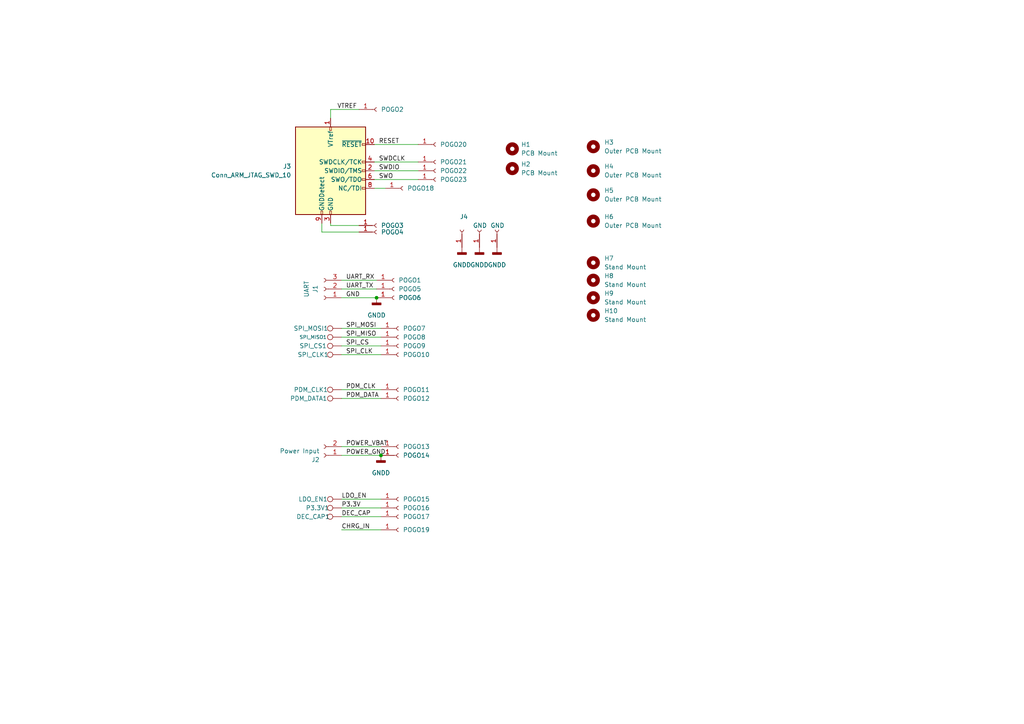
<source format=kicad_sch>
(kicad_sch (version 20211123) (generator eeschema)
  (paper "A4")
  (lib_symbols
    (symbol "Connector:Conn_01x01_Female" (pin_names (offset 1.016) hide)
      (property "Reference" "J" (at 0 2.54 0))
      (property "Value" "Conn_01x01_Female" (at 0 -2.54 0))
      (symbol "Conn_01x01_Female_1_1"
        (polyline (pts (xy -1.27 0) (xy -0.508 0)) (stroke (width 0.1524)))
        (arc (start 0 0.508) (mid -0.508 0) (end 0 -0.508) (stroke (width 0.1524)))
        (pin passive line (at -5.08 0 0) (length 3.81) (name "Pin_1") (number "1"))
      )
    )
    (symbol "Connector:Conn_01x02_Female" (pin_names (offset 1.016) hide)
      (property "Reference" "J" (at 0 2.54 0))
      (property "Value" "Conn_01x02_Female" (at 0 -5.08 0))
      (symbol "Conn_01x02_Female_1_1"
        (arc (start 0 -2.032) (mid -0.508 -2.54) (end 0 -3.048) (stroke (width 0.1524)))
        (polyline (pts (xy -1.27 -2.54) (xy -0.508 -2.54)) (stroke (width 0.1524)))
        (polyline (pts (xy -1.27 0) (xy -0.508 0)) (stroke (width 0.1524)))
        (arc (start 0 0.508) (mid -0.508 0) (end 0 -0.508) (stroke (width 0.1524)))
        (pin passive line (at -5.08 0 0) (length 3.81) (name "Pin_1") (number "1"))
        (pin passive line (at -5.08 -2.54 0) (length 3.81) (name "Pin_2") (number "2"))
      )
    )
    (symbol "Connector:Conn_01x03_Female" (pin_names (offset 1.016) hide)
      (property "Reference" "J" (at 0 5.08 0))
      (property "Value" "Conn_01x03_Female" (at 0 -5.08 0))
      (symbol "Conn_01x03_Female_1_1"
        (arc (start 0 -2.032) (mid -0.508 -2.54) (end 0 -3.048) (stroke (width 0.1524)))
        (polyline (pts (xy -1.27 -2.54) (xy -0.508 -2.54)) (stroke (width 0.1524)))
        (polyline (pts (xy -1.27 0) (xy -0.508 0)) (stroke (width 0.1524)))
        (polyline (pts (xy -1.27 2.54) (xy -0.508 2.54)) (stroke (width 0.1524)))
        (arc (start 0 0.508) (mid -0.508 0) (end 0 -0.508) (stroke (width 0.1524)))
        (arc (start 0 3.048) (mid -0.508 2.54) (end 0 2.032) (stroke (width 0.1524)))
        (pin passive line (at -5.08 2.54 0) (length 3.81) (name "Pin_1") (number "1"))
        (pin passive line (at -5.08 0 0) (length 3.81) (name "Pin_2") (number "2"))
        (pin passive line (at -5.08 -2.54 0) (length 3.81) (name "Pin_3") (number "3"))
      )
    )
    (symbol "Connector:Conn_ARM_JTAG_SWD_10" (pin_names (offset 1.016))
      (property "Reference" "J" (at -2.54 16.51 0))
      (property "Value" "Conn_ARM_JTAG_SWD_10" (at -2.54 13.97 0))
      (symbol "Conn_ARM_JTAG_SWD_10_0_1"
        (rectangle (start -10.16 12.7) (end 10.16 -12.7) (stroke (width 0.254)) (fill (type background)))
        (rectangle (start -2.794 -12.7) (end -2.286 -11.684))
        (rectangle (start -0.254 -12.7) (end 0.254 -11.684))
        (rectangle (start -0.254 12.7) (end 0.254 11.684))
        (rectangle (start 9.144 2.286) (end 10.16 2.794))
        (rectangle (start 10.16 -2.794) (end 9.144 -2.286))
        (rectangle (start 10.16 -0.254) (end 9.144 0.254))
        (rectangle (start 10.16 7.874) (end 9.144 7.366))
      )
      (symbol "Conn_ARM_JTAG_SWD_10_1_1"
        (rectangle (start 9.144 -5.334) (end 10.16 -4.826))
        (pin power_in line (at 0 15.24 270) (length 2.54) (name "VTref") (number "1"))
        (pin open_collector line (at 12.7 7.62 180) (length 2.54) (name "~{RESET}") (number "10"))
        (pin bidirectional line (at 12.7 0 180) (length 2.54) (name "SWDIO/TMS") (number "2"))
        (pin power_in line (at 0 -15.24 90) (length 2.54) (name "GND") (number "3"))
        (pin output line (at 12.7 2.54 180) (length 2.54) (name "SWDCLK/TCK") (number "4"))
        (pin passive line (at 0 -15.24 90) (length 2.54) hide (name "GND") (number "5"))
        (pin input line (at 12.7 -2.54 180) (length 2.54) (name "SWO/TDO") (number "6"))
        (pin no_connect line (at -10.16 0 0) (length 2.54) hide (name "KEY") (number "7"))
        (pin output line (at 12.7 -5.08 180) (length 2.54) (name "NC/TDI") (number "8"))
        (pin passive line (at -2.54 -15.24 90) (length 2.54) (name "GNDDetect") (number "9"))
      )
    )
    (symbol "Connector:TestPoint" (pin_numbers hide) (pin_names (offset 0.762) hide)
      (property "Reference" "TP" (at 0 6.858 0))
      (property "Value" "TestPoint" (at 0 5.08 0))
      (symbol "TestPoint_0_1"
        (circle (center 0 3.302) (radius 0.762))
      )
      (symbol "TestPoint_1_1"
        (pin passive line (at 0 0 90) (length 2.54) (name "1") (number "1"))
      )
    )
    (symbol "Mechanical:MountingHole" (pin_names (offset 1.016))
      (property "Reference" "H" (at 0 5.08 0))
      (property "Value" "MountingHole" (at 0 3.175 0))
      (symbol "MountingHole_0_1"
        (circle (center 0 0) (radius 1.27) (stroke (width 1.27)))
      )
    )
    (symbol "power:GNDD" (power) (pin_names (offset 0))
      (property "Value" "GNDD" (at 0 -3.175 0))
      (symbol "GNDD_0_1"
        (rectangle (start -1.27 -1.524) (end 1.27 -2.032) (stroke (width 0.254)) (fill (type outline)))
        (polyline (pts (xy 0 0) (xy 0 -1.524)))
      )
      (symbol "GNDD_1_1"
        (pin power_in line (at 0 0 270) (length 0) hide (name "GNDD") (number "1"))
      )
    )
  )
  (junction (at 109.22 86.36))
  (junction (at 110.49 132.08))
  (wire (pts (xy 99.06 153.67) (xy 110.49 153.67)))
  (wire (pts (xy 99.06 113.03) (xy 110.49 113.03)))
  (wire (pts (xy 93.345 67.31) (xy 104.14 67.31)))
  (wire (pts (xy 93.345 64.77) (xy 93.345 67.31)))
  (wire (pts (xy 108.585 54.61) (xy 111.76 54.61)))
  (wire (pts (xy 99.06 81.28) (xy 109.22 81.28)))
  (wire (pts (xy 95.885 31.75) (xy 104.14 31.75)))
  (wire (pts (xy 99.06 95.25) (xy 110.49 95.25)))
  (wire (pts (xy 108.585 41.91) (xy 121.285 41.91)))
  (wire (pts (xy 99.06 100.33) (xy 110.49 100.33)))
  (wire (pts (xy 95.885 34.29) (xy 95.885 31.75)))
  (wire (pts (xy 99.06 97.79) (xy 110.49 97.79)))
  (wire (pts (xy 99.06 115.57) (xy 110.49 115.57)))
  (wire (pts (xy 99.06 132.08) (xy 110.49 132.08)))
  (wire (pts (xy 108.585 52.07) (xy 121.285 52.07)))
  (wire (pts (xy 99.06 144.78) (xy 110.49 144.78)))
  (wire (pts (xy 99.06 83.82) (xy 109.22 83.82)))
  (wire (pts (xy 95.885 64.77) (xy 95.885 65.405)))
  (wire (pts (xy 108.585 49.53) (xy 121.285 49.53)))
  (wire (pts (xy 99.06 129.54) (xy 110.49 129.54)))
  (wire (pts (xy 95.885 65.405) (xy 104.14 65.405)))
  (wire (pts (xy 99.06 102.87) (xy 110.49 102.87)))
  (wire (pts (xy 99.06 147.32) (xy 110.49 147.32)))
  (wire (pts (xy 99.06 149.86) (xy 110.49 149.86)))
  (wire (pts (xy 108.585 46.99) (xy 121.285 46.99)))
  (wire (pts (xy 99.06 86.36) (xy 109.22 86.36)))
  (label "SPI_MISO" (at 100.33 97.79 0))
  (label "RESET" (at 109.855 41.91 0))
  (label "PDM_CLK" (at 100.33 113.03 0))
  (label "GND" (at 100.33 86.36 0))
  (label "POWER_VBAT" (at 100.33 129.54 0))
  (label "SPI_CLK" (at 100.33 102.87 0))
  (label "CHRG_IN" (at 99.06 153.67 0))
  (label "SPI_CS" (at 100.33 100.33 0))
  (label "P3.3V" (at 99.06 147.32 0))
  (label "LDO_EN" (at 99.06 144.78 0))
  (label "UART_RX" (at 100.33 81.28 0))
  (label "DEC_CAP" (at 99.06 149.86 0))
  (label "SPI_MOSI" (at 100.33 95.25 0))
  (label "SWDCLK" (at 109.855 46.99 0))
  (label "SWDIO" (at 109.855 49.53 0))
  (label "UART_TX" (at 100.33 83.82 0))
  (label "SWO" (at 109.855 52.07 0))
  (label "VTREF" (at 97.79 31.75 0))
  (label "POWER_GND" (at 100.33 132.08 0))
  (label "PDM_DATA" (at 100.33 115.57 0))
  (symbol (lib_id "Connector:Conn_01x03_Female") (at 93.98 83.82 180) (unit 1)
    (property "Reference" "J1" (at 91.44 83.82 90))
    (property "Value" "UART" (at 88.9 83.82 90))
    (property "Footprint" "Connector_PinHeader_2.54mm:PinHeader_1x03_P2.54mm_Vertical" (effects hide))
  )
  (symbol (lib_id "Connector:Conn_01x01_Female") (at 115.57 147.32 0) (unit 1)
    (property "Reference" "POGO16" (at 116.84 147.3199 0) (effects (justify left)))
    (property "Value" "pogo" (effects hide))
    (property "Footprint" "dictofun:POGO_PIN" (effects hide))
    (property "Datasheet" "https://www.digikey.de/de/products/detail/mill-max-manufacturing-corp/0985-1-15-20-71-14-11-0/5823029" (effects hide))
  )
  (symbol (lib_id "Connector:Conn_01x02_Female") (at 93.98 132.08 180) (unit 1)
    (property "Reference" "J2" (at 92.71 133.35 0) (effects (justify left)))
    (property "Value" "Power Input" (at 92.71 130.81 0) (effects (justify left)))
    (property "Footprint" "Connector_PinHeader_2.54mm:PinHeader_1x02_P2.54mm_Vertical" (effects hide))
  )
  (symbol (lib_id "power:GNDD") (at 139.065 71.755 0) (unit 1)
    (property "Reference" "#PWR0104" (effects hide))
    (property "Value" "GNDD" (at 139.065 76.835 0))
  )
  (symbol (lib_id "Connector:Conn_01x01_Female") (at 115.57 97.79 0) (unit 1)
    (property "Reference" "POGO8" (at 116.84 97.7899 0) (effects (justify left)))
    (property "Value" "pogo" (effects hide))
    (property "Footprint" "dictofun:POGO_PIN" (effects hide))
    (property "Datasheet" "https://www.digikey.de/de/products/detail/mill-max-manufacturing-corp/0985-1-15-20-71-14-11-0/5823029" (effects hide))
  )
  (symbol (lib_id "Connector:Conn_01x01_Female") (at 133.985 66.675 90) (unit 1)
    (property "Reference" "J4" (at 133.35 62.865 90) (effects (justify right)))
    (property "Value" "GND" (effects hide))
    (property "Footprint" "Connector_PinSocket_2.54mm:PinSocket_1x01_P2.54mm_Vertical" (effects hide))
  )
  (symbol (lib_id "Connector:TestPoint") (at 99.06 97.79 90) (unit 1)
    (property "Reference" "SPI_MISO1" (at 90.805 97.79 90) (effects (font (size 1 1))))
    (property "Value" " " (effects hide))
    (property "Footprint" "TestPoint:TestPoint_Pad_D1.5mm" (effects hide))
  )
  (symbol (lib_id "Mechanical:MountingHole") (at 172.085 76.2 0) (unit 1)
    (property "Reference" "H7" (at 175.26 74.9299 0) (effects (justify left)))
    (property "Value" "Stand Mount" (at 175.26 77.4699 0) (effects (justify left)))
    (property "Footprint" "MountingHole:MountingHole_2.1mm" (effects hide))
  )
  (symbol (lib_id "Connector:TestPoint") (at 99.06 113.03 90) (unit 1)
    (property "Reference" "PDM_CLK1" (at 90.17 113.03 90))
    (property "Value" " " (effects hide))
    (property "Footprint" "TestPoint:TestPoint_Pad_D1.5mm" (effects hide))
  )
  (symbol (lib_id "power:GNDD") (at 144.145 71.755 0) (unit 1)
    (property "Reference" "#PWR0105" (effects hide))
    (property "Value" "GNDD" (at 144.145 76.835 0))
  )
  (symbol (lib_id "Mechanical:MountingHole") (at 172.085 42.545 0) (unit 1)
    (property "Reference" "H3" (at 175.26 41.2749 0) (effects (justify left)))
    (property "Value" "Outer PCB Mount" (at 175.26 43.8149 0) (effects (justify left)))
    (property "Footprint" "MountingHole:MountingHole_2.1mm" (effects hide))
  )
  (symbol (lib_id "Connector:Conn_ARM_JTAG_SWD_10") (at 95.885 49.53 0) (unit 1)
    (property "Reference" "J3" (at 84.455 48.2599 0) (effects (justify right)))
    (property "Value" "Conn_ARM_JTAG_SWD_10" (at 84.455 50.7999 0) (effects (justify right)))
    (property "Footprint" "Connector_PinHeader_1.27mm:PinHeader_2x05_P1.27mm_Vertical_SMD" (effects hide))
    (property "Datasheet" "http://infocenter.arm.com/help/topic/com.arm.doc.ddi0314h/DDI0314H_coresight_components_trm.pdf" (effects hide))
  )
  (symbol (lib_id "Mechanical:MountingHole") (at 172.085 91.44 0) (unit 1)
    (property "Reference" "H10" (at 175.26 90.1699 0) (effects (justify left)))
    (property "Value" "Stand Mount" (at 175.26 92.7099 0) (effects (justify left)))
    (property "Footprint" "MountingHole:MountingHole_2.1mm" (effects hide))
  )
  (symbol (lib_id "Connector:Conn_01x01_Female") (at 126.365 52.07 0) (unit 1)
    (property "Reference" "POGO23" (at 127.635 52.0699 0) (effects (justify left)))
    (property "Value" "pogo" (effects hide))
    (property "Footprint" "dictofun:POGO_PIN" (effects hide))
    (property "Datasheet" "https://www.digikey.de/de/products/detail/mill-max-manufacturing-corp/0985-1-15-20-71-14-11-0/5823029" (effects hide))
  )
  (symbol (lib_id "Connector:Conn_01x01_Female") (at 115.57 102.87 0) (unit 1)
    (property "Reference" "POGO10" (at 116.84 102.8699 0) (effects (justify left)))
    (property "Value" "pogo" (effects hide))
    (property "Footprint" "dictofun:POGO_PIN" (effects hide))
    (property "Datasheet" "https://www.digikey.de/de/products/detail/mill-max-manufacturing-corp/0985-1-15-20-71-14-11-0/5823029" (effects hide))
  )
  (symbol (lib_id "power:GNDD") (at 133.985 71.755 0) (unit 1)
    (property "Reference" "#PWR0103" (effects hide))
    (property "Value" "GNDD" (at 133.985 76.835 0))
  )
  (symbol (lib_id "Connector:Conn_01x01_Female") (at 115.57 95.25 0) (unit 1)
    (property "Reference" "POGO7" (at 116.84 95.2499 0) (effects (justify left)))
    (property "Value" "pogo" (effects hide))
    (property "Footprint" "dictofun:POGO_PIN" (effects hide))
    (property "Datasheet" "https://www.digikey.de/de/products/detail/mill-max-manufacturing-corp/0985-1-15-20-71-14-11-0/5823029" (effects hide))
  )
  (symbol (lib_id "Connector:Conn_01x01_Female") (at 144.145 66.675 90) (unit 1)
    (property "Reference" "J6" (effects hide))
    (property "Value" "GND" (at 142.24 65.405 90) (effects (justify right)))
    (property "Footprint" "Connector_PinSocket_2.54mm:PinSocket_1x01_P2.54mm_Vertical" (effects hide))
  )
  (symbol (lib_id "Connector:TestPoint") (at 99.06 149.86 90) (unit 1)
    (property "Reference" "DEC_CAP1" (at 90.805 149.86 90))
    (property "Value" " " (effects hide))
    (property "Footprint" "TestPoint:TestPoint_Pad_D1.5mm" (effects hide))
  )
  (symbol (lib_id "Connector:Conn_01x01_Female") (at 109.22 67.31 0) (unit 1)
    (property "Reference" "POGO4" (at 110.49 67.3099 0) (effects (justify left)))
    (property "Value" "pogo" (effects hide))
    (property "Footprint" "dictofun:POGO_PIN" (effects hide))
    (property "Datasheet" "https://www.digikey.de/de/products/detail/mill-max-manufacturing-corp/0985-1-15-20-71-14-11-0/5823029" (effects hide))
  )
  (symbol (lib_id "Connector:TestPoint") (at 99.06 144.78 90) (unit 1)
    (property "Reference" "LDO_EN1" (at 90.805 144.78 90))
    (property "Value" " " (effects hide))
    (property "Footprint" "TestPoint:TestPoint_Pad_D1.5mm" (effects hide))
  )
  (symbol (lib_id "Connector:Conn_01x01_Female") (at 109.22 65.405 0) (unit 1)
    (property "Reference" "POGO3" (at 110.49 65.4049 0) (effects (justify left)))
    (property "Value" "pogo" (effects hide))
    (property "Footprint" "dictofun:POGO_PIN" (effects hide))
    (property "Datasheet" "https://www.digikey.de/de/products/detail/mill-max-manufacturing-corp/0985-1-15-20-71-14-11-0/5823029" (effects hide))
  )
  (symbol (lib_id "Connector:TestPoint") (at 99.06 115.57 90) (unit 1)
    (property "Reference" "PDM_DATA1" (at 89.535 115.57 90))
    (property "Value" " " (effects hide))
    (property "Footprint" "TestPoint:TestPoint_Pad_D1.5mm" (effects hide))
  )
  (symbol (lib_id "Connector:Conn_01x01_Female") (at 115.57 100.33 0) (unit 1)
    (property "Reference" "POGO9" (at 116.84 100.3299 0) (effects (justify left)))
    (property "Value" "pogo" (effects hide))
    (property "Footprint" "dictofun:POGO_PIN" (effects hide))
    (property "Datasheet" "https://www.digikey.de/de/products/detail/mill-max-manufacturing-corp/0985-1-15-20-71-14-11-0/5823029" (effects hide))
  )
  (symbol (lib_id "Connector:TestPoint") (at 99.06 147.32 90) (unit 1)
    (property "Reference" "P3.3V1" (at 92.075 147.32 90))
    (property "Value" " " (effects hide))
    (property "Footprint" "TestPoint:TestPoint_Pad_D1.5mm" (effects hide))
  )
  (symbol (lib_id "power:GNDD") (at 110.49 132.08 0) (unit 1)
    (property "Reference" "#PWR0102" (effects hide))
    (property "Value" "GNDD" (at 110.49 137.16 0))
  )
  (symbol (lib_id "Connector:Conn_01x01_Female") (at 126.365 46.99 0) (unit 1)
    (property "Reference" "POGO21" (at 127.635 46.9899 0) (effects (justify left)))
    (property "Value" "pogo" (effects hide))
    (property "Footprint" "dictofun:POGO_PIN" (effects hide))
    (property "Datasheet" "https://www.digikey.de/de/products/detail/mill-max-manufacturing-corp/0985-1-15-20-71-14-11-0/5823029" (effects hide))
  )
  (symbol (lib_id "Connector:Conn_01x01_Female") (at 116.84 54.61 0) (unit 1)
    (property "Reference" "POGO18" (at 118.11 54.6099 0) (effects (justify left)))
    (property "Value" "pogo" (effects hide))
    (property "Footprint" "dictofun:POGO_PIN" (effects hide))
    (property "Datasheet" "https://www.digikey.de/de/products/detail/mill-max-manufacturing-corp/0985-1-15-20-71-14-11-0/5823029" (effects hide))
  )
  (symbol (lib_id "Connector:Conn_01x01_Female") (at 114.3 86.36 0) (unit 1)
    (property "Reference" "POGO6" (at 115.57 86.3599 0) (effects (justify left)))
    (property "Value" "pogo" (effects hide))
    (property "Footprint" "dictofun:POGO_PIN" (effects hide))
    (property "Datasheet" "https://www.digikey.de/de/products/detail/mill-max-manufacturing-corp/0985-1-15-20-71-14-11-0/5823029" (effects hide))
  )
  (symbol (lib_id "Connector:Conn_01x01_Female") (at 115.57 144.78 0) (unit 1)
    (property "Reference" "POGO15" (at 116.84 144.7799 0) (effects (justify left)))
    (property "Value" "pogo" (effects hide))
    (property "Footprint" "dictofun:POGO_PIN" (effects hide))
    (property "Datasheet" "https://www.digikey.de/de/products/detail/mill-max-manufacturing-corp/0985-1-15-20-71-14-11-0/5823029" (effects hide))
  )
  (symbol (lib_id "Connector:Conn_01x01_Female") (at 115.57 113.03 0) (unit 1)
    (property "Reference" "POGO11" (at 116.84 113.0299 0) (effects (justify left)))
    (property "Value" "pogo" (effects hide))
    (property "Footprint" "dictofun:POGO_PIN" (effects hide))
    (property "Datasheet" "https://www.digikey.de/de/products/detail/mill-max-manufacturing-corp/0985-1-15-20-71-14-11-0/5823029" (effects hide))
  )
  (symbol (lib_id "Connector:TestPoint") (at 99.06 95.25 90) (unit 1)
    (property "Reference" "SPI_MOSI1" (at 90.17 95.25 90))
    (property "Value" " " (effects hide))
    (property "Footprint" "TestPoint:TestPoint_Pad_D1.5mm" (effects hide))
  )
  (symbol (lib_id "Connector:TestPoint") (at 99.06 100.33 90) (unit 1)
    (property "Reference" "SPI_CS1" (at 90.805 100.33 90))
    (property "Value" " " (effects hide))
    (property "Footprint" "TestPoint:TestPoint_Pad_D1.5mm" (effects hide))
  )
  (symbol (lib_id "Connector:Conn_01x01_Female") (at 126.365 41.91 0) (unit 1)
    (property "Reference" "POGO20" (at 127.635 41.9099 0) (effects (justify left)))
    (property "Value" "pogo" (effects hide))
    (property "Footprint" "dictofun:POGO_PIN" (effects hide))
    (property "Datasheet" "https://www.digikey.de/de/products/detail/mill-max-manufacturing-corp/0985-1-15-20-71-14-11-0/5823029" (effects hide))
  )
  (symbol (lib_id "Connector:Conn_01x01_Female") (at 115.57 132.08 0) (unit 1)
    (property "Reference" "POGO14" (at 116.84 132.0799 0) (effects (justify left)))
    (property "Value" "pogo" (effects hide))
    (property "Footprint" "dictofun:POGO_PIN" (effects hide))
    (property "Datasheet" "https://www.digikey.de/de/products/detail/mill-max-manufacturing-corp/0985-1-15-20-71-14-11-0/5823029" (effects hide))
  )
  (symbol (lib_id "Mechanical:MountingHole") (at 172.085 64.135 0) (unit 1)
    (property "Reference" "H6" (at 175.26 62.8649 0) (effects (justify left)))
    (property "Value" "Outer PCB Mount" (at 175.26 65.4049 0) (effects (justify left)))
    (property "Footprint" "MountingHole:MountingHole_2.1mm" (effects hide))
  )
  (symbol (lib_id "Mechanical:MountingHole") (at 172.085 49.53 0) (unit 1)
    (property "Reference" "H4" (at 175.26 48.2599 0) (effects (justify left)))
    (property "Value" "Outer PCB Mount" (at 175.26 50.7999 0) (effects (justify left)))
    (property "Footprint" "MountingHole:MountingHole_2.1mm" (effects hide))
  )
  (symbol (lib_id "Connector:Conn_01x01_Female") (at 114.3 83.82 0) (unit 1)
    (property "Reference" "POGO5" (at 115.57 83.8199 0) (effects (justify left)))
    (property "Value" "pogo" (effects hide))
    (property "Footprint" "dictofun:POGO_PIN" (effects hide))
    (property "Datasheet" "https://www.digikey.de/de/products/detail/mill-max-manufacturing-corp/0985-1-15-20-71-14-11-0/5823029" (effects hide))
  )
  (symbol (lib_id "Mechanical:MountingHole") (at 172.085 86.36 0) (unit 1)
    (property "Reference" "H9" (at 175.26 85.0899 0) (effects (justify left)))
    (property "Value" "Stand Mount" (at 175.26 87.6299 0) (effects (justify left)))
    (property "Footprint" "MountingHole:MountingHole_2.1mm" (effects hide))
  )
  (symbol (lib_id "Mechanical:MountingHole") (at 148.59 43.18 0) (unit 1)
    (property "Reference" "H1" (at 151.13 41.9099 0) (effects (justify left)))
    (property "Value" "PCB Mount" (at 151.13 44.4499 0) (effects (justify left)))
    (property "Footprint" "MountingHole:MountingHole_2.1mm" (effects hide))
  )
  (symbol (lib_id "Connector:Conn_01x01_Female") (at 115.57 115.57 0) (unit 1)
    (property "Reference" "POGO12" (at 116.84 115.5699 0) (effects (justify left)))
    (property "Value" "pogo" (effects hide))
    (property "Footprint" "dictofun:POGO_PIN" (effects hide))
    (property "Datasheet" "https://www.digikey.de/de/products/detail/mill-max-manufacturing-corp/0985-1-15-20-71-14-11-0/5823029" (effects hide))
  )
  (symbol (lib_id "Mechanical:MountingHole") (at 172.085 81.28 0) (unit 1)
    (property "Reference" "H8" (at 175.26 80.0099 0) (effects (justify left)))
    (property "Value" "Stand Mount" (at 175.26 82.5499 0) (effects (justify left)))
    (property "Footprint" "MountingHole:MountingHole_2.1mm" (effects hide))
  )
  (symbol (lib_id "Connector:TestPoint") (at 99.06 102.87 90) (unit 1)
    (property "Reference" "SPI_CLK1" (at 90.805 102.87 90))
    (property "Value" " " (effects hide))
    (property "Footprint" "TestPoint:TestPoint_Pad_D1.5mm" (effects hide))
  )
  (symbol (lib_id "Mechanical:MountingHole") (at 148.59 48.895 0) (unit 1)
    (property "Reference" "H2" (at 151.13 47.6249 0) (effects (justify left)))
    (property "Value" "PCB Mount" (at 151.13 50.1649 0) (effects (justify left)))
    (property "Footprint" "MountingHole:MountingHole_2.1mm" (effects hide))
  )
  (symbol (lib_id "power:GNDD") (at 109.22 86.36 0) (unit 1)
    (property "Reference" "#PWR0101" (effects hide))
    (property "Value" "GNDD" (at 109.22 91.44 0))
  )
  (symbol (lib_id "Connector:Conn_01x01_Female") (at 115.57 149.86 0) (unit 1)
    (property "Reference" "POGO17" (at 116.84 149.8599 0) (effects (justify left)))
    (property "Value" "pogo" (effects hide))
    (property "Footprint" "dictofun:POGO_PIN" (effects hide))
    (property "Datasheet" "https://www.digikey.de/de/products/detail/mill-max-manufacturing-corp/0985-1-15-20-71-14-11-0/5823029" (effects hide))
  )
  (symbol (lib_id "Connector:Conn_01x01_Female") (at 115.57 153.67 0) (unit 1)
    (property "Reference" "POGO19" (at 116.84 153.6699 0) (effects (justify left)))
    (property "Value" "pogo" (effects hide))
    (property "Footprint" "dictofun:POGO_PIN" (effects hide))
    (property "Datasheet" "https://www.digikey.de/de/products/detail/mill-max-manufacturing-corp/0985-1-15-20-71-14-11-0/5823029" (effects hide))
  )
  (symbol (lib_id "Connector:Conn_01x01_Female") (at 109.22 31.75 0) (unit 1)
    (property "Reference" "POGO2" (at 110.49 31.7499 0) (effects (justify left)))
    (property "Value" "pogo" (effects hide))
    (property "Footprint" "dictofun:POGO_PIN" (effects hide))
    (property "Datasheet" "https://www.digikey.de/de/products/detail/mill-max-manufacturing-corp/0985-1-15-20-71-14-11-0/5823029" (effects hide))
  )
  (symbol (lib_id "Mechanical:MountingHole") (at 172.085 56.515 0) (unit 1)
    (property "Reference" "H5" (at 175.26 55.2449 0) (effects (justify left)))
    (property "Value" "Outer PCB Mount" (at 175.26 57.7849 0) (effects (justify left)))
    (property "Footprint" "MountingHole:MountingHole_2.1mm" (effects hide))
  )
  (symbol (lib_id "Connector:Conn_01x01_Female") (at 114.3 81.28 0) (unit 1)
    (property "Reference" "POGO1" (at 115.57 81.2799 0) (effects (justify left)))
    (property "Value" "pogo" (effects hide))
    (property "Footprint" "dictofun:POGO_PIN" (effects hide))
    (property "Datasheet" "https://www.digikey.de/de/products/detail/mill-max-manufacturing-corp/0985-1-15-20-71-14-11-0/5823029" (effects hide))
  )
  (symbol (lib_id "Connector:Conn_01x01_Female") (at 115.57 129.54 0) (unit 1)
    (property "Reference" "POGO13" (at 116.84 129.5399 0) (effects (justify left)))
    (property "Value" "pogo" (effects hide))
    (property "Footprint" "dictofun:POGO_PIN" (effects hide))
    (property "Datasheet" "https://www.digikey.de/de/products/detail/mill-max-manufacturing-corp/0985-1-15-20-71-14-11-0/5823029" (effects hide))
  )
  (symbol (lib_id "Connector:Conn_01x01_Female") (at 139.065 66.675 90) (unit 1)
    (property "Reference" "J5" (effects hide))
    (property "Value" "GND" (at 137.16 65.405 90) (effects (justify right)))
    (property "Footprint" "Connector_PinSocket_2.54mm:PinSocket_1x01_P2.54mm_Vertical" (effects hide))
  )
  (symbol (lib_id "Connector:Conn_01x01_Female") (at 126.365 49.53 0) (unit 1)
    (property "Reference" "POGO22" (at 127.635 49.5299 0) (effects (justify left)))
    (property "Value" "pogo" (effects hide))
    (property "Footprint" "dictofun:POGO_PIN" (effects hide))
    (property "Datasheet" "https://www.digikey.de/de/products/detail/mill-max-manufacturing-corp/0985-1-15-20-71-14-11-0/5823029" (effects hide))
  )
)
</source>
